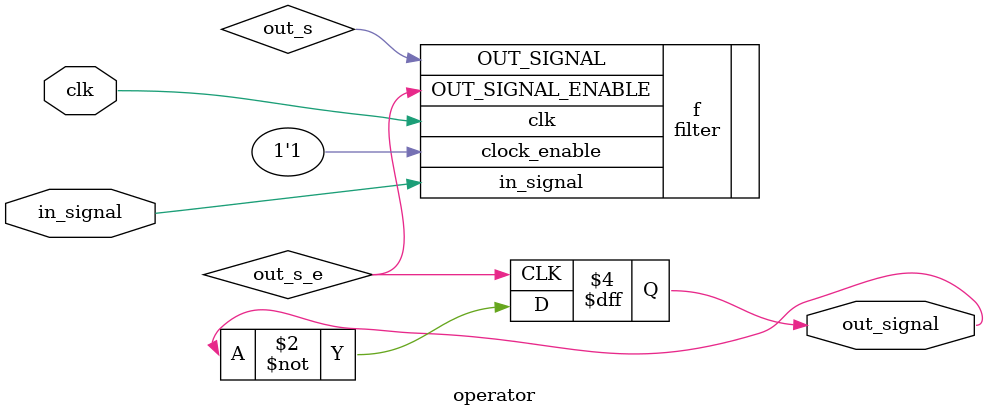
<source format=v>
`timescale 1ns / 1ps
module operator(
input clk,
input in_signal,
output reg out_signal
);
wire out_s, out_s_e;
initial
begin
    out_signal = 0;
end
always @(posedge out_s_e)
begin
    out_signal = ~out_signal;
end
filter f(
    .clk(clk),
    .in_signal(in_signal),
    .clock_enable(1'b1),
    .OUT_SIGNAL(out_s),
    .OUT_SIGNAL_ENABLE(out_s_e)
);
endmodule

</source>
